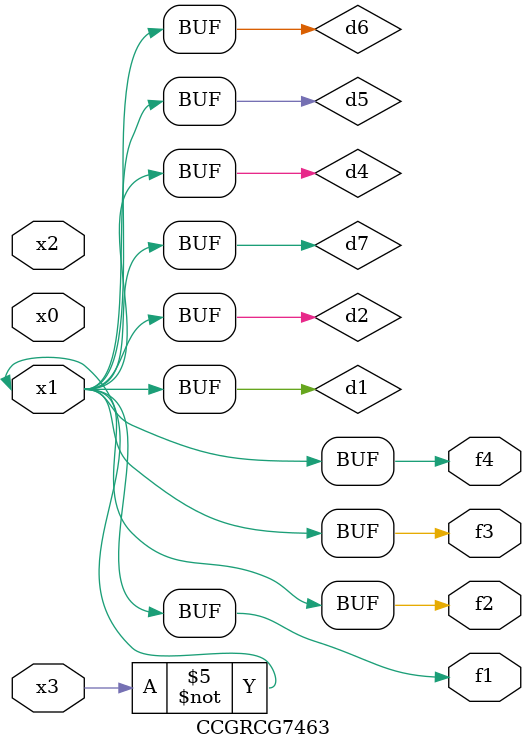
<source format=v>
module CCGRCG7463(
	input x0, x1, x2, x3,
	output f1, f2, f3, f4
);

	wire d1, d2, d3, d4, d5, d6, d7;

	not (d1, x3);
	buf (d2, x1);
	xnor (d3, d1, d2);
	nor (d4, d1);
	buf (d5, d1, d2);
	buf (d6, d4, d5);
	nand (d7, d4);
	assign f1 = d6;
	assign f2 = d7;
	assign f3 = d6;
	assign f4 = d6;
endmodule

</source>
